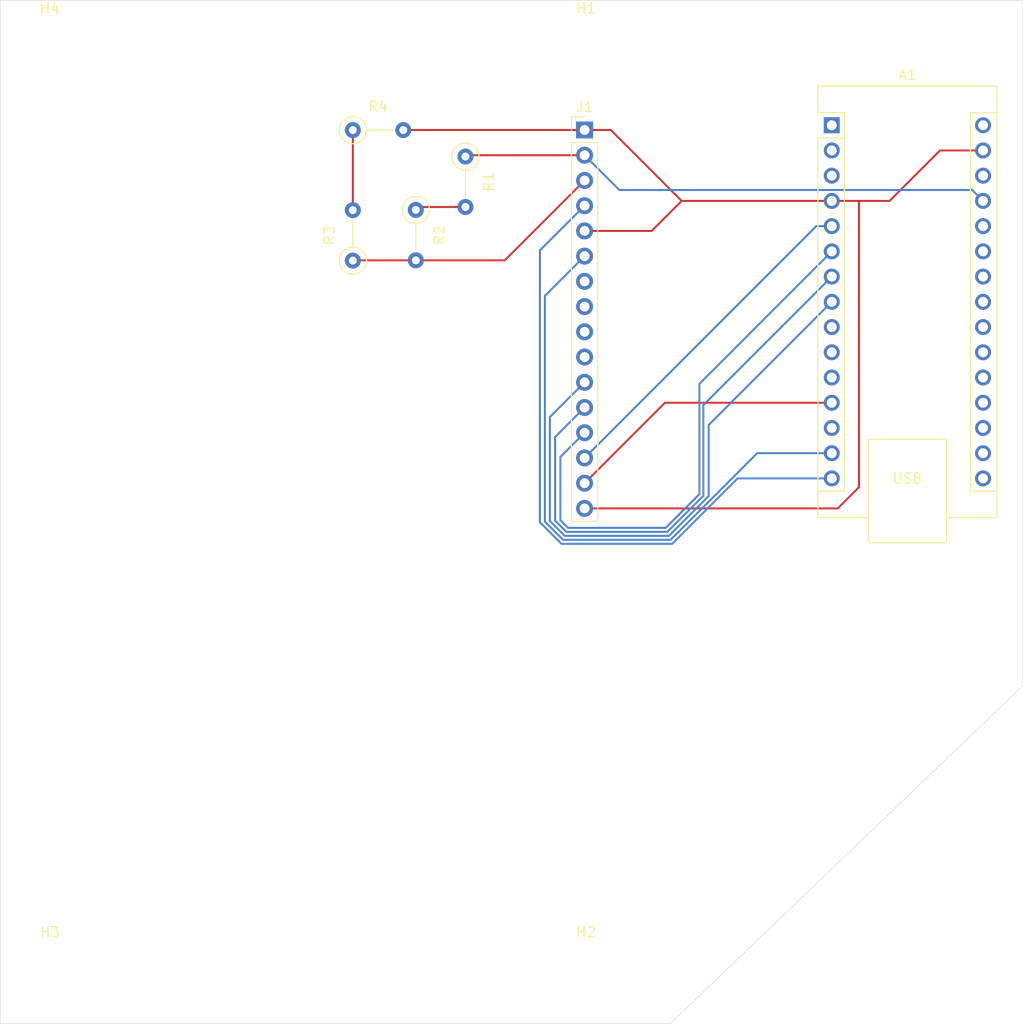
<source format=kicad_pcb>
(kicad_pcb (version 20240108) (generator "pcbnew") (generator_version "8.0")
  (layers (0 "F.Cu" signal) (31 "B.Cu" signal) (34 "B.Paste" user) (35 "F.Paste" user) (36 "B.SilkS" user "B.Silkscreen") (37 "F.SilkS" user "F.Silkscreen") (38 "B.Mask" user) (39 "F.Mask" user) (44 "Edge.Cuts" user))
  (net 0 "")
  (net 6 "/E")
  (net 8 "/VDD")
  (net 10 "GND")
  (net 12 "/D5")
  (net 17 "/D6")
  (net 21 "/D7")
  (net 22 "/D4")
  (net 24 "/A")
  (net 25 "/RS")
  (net 30 "/D2")
  (net 31 "/D3")
  (net 32 "/D1")
  (net 33 "/V0")
  (net 34 "/D0")
  (net 35 "Net-(R1-Pad2)")
  (net 36 "Net-(R3-Pad2)")
  (footprint "MountingHole:MountingHole_3.7mm" (layer "F.Cu") (at 107 166)
    (property "Reference" "H3" (at 0 -4.7 0) (layer "F.SilkS"))
    (property "Value" "MountingHole")
    (pad "" np_thru_hole circle (at 0 0) (size 3.7 3.7) (drill 3.7) (layers "*.Cu" "*.Mask"))
  )
  (footprint "Connector_PinHeader_2.54mm:PinHeader_1x16_P2.54mm_Vertical" (layer "F.Cu") (at 160.86 80.54)
    (property "Reference" "J1" (at 0 -2.33 0) (layer "F.SilkS"))
    (property "Value" "Conn_01x16_Socket")
    (fp_line (start -1.33 -1.33) (end 0 -1.33) (stroke (width 0.12)) (layer "F.SilkS"))
    (fp_line (start -1.33 0) (end -1.33 -1.33) (stroke (width 0.12)) (layer "F.SilkS"))
    (fp_line (start -1.33 1.27) (end -1.33 39.43) (stroke (width 0.12)) (layer "F.SilkS"))
    (fp_line (start -1.33 1.27) (end 1.33 1.27) (stroke (width 0.12)) (layer "F.SilkS"))
    (fp_line (start -1.33 39.43) (end 1.33 39.43) (stroke (width 0.12)) (layer "F.SilkS"))
    (fp_line (start 1.33 1.27) (end 1.33 39.43) (stroke (width 0.12)) (layer "F.SilkS"))
    (pad "1" thru_hole rect (at 0 0) (size 1.7 1.7) (drill 1) (layers "*.Cu" "*.Mask") (net 10 "GND"))
    (pad "2" thru_hole oval (at 0 2.54) (size 1.7 1.7) (drill 1) (layers "*.Cu" "*.Mask") (net 8 "/VDD"))
    (pad "3" thru_hole oval (at 0 5.08) (size 1.7 1.7) (drill 1) (layers "*.Cu" "*.Mask") (net 33 "/V0"))
    (pad "4" thru_hole oval (at 0 7.62) (size 1.7 1.7) (drill 1) (layers "*.Cu" "*.Mask") (net 25 "/RS"))
    (pad "5" thru_hole oval (at 0 10.16) (size 1.7 1.7) (drill 1) (layers "*.Cu" "*.Mask") (net 10 "GND"))
    (pad "6" thru_hole oval (at 0 12.7) (size 1.7 1.7) (drill 1) (layers "*.Cu" "*.Mask") (net 6 "/E"))
    (pad "7" thru_hole oval (at 0 15.24) (size 1.7 1.7) (drill 1) (layers "*.Cu" "*.Mask") (net 34 "/D0"))
    (pad "8" thru_hole oval (at 0 17.78) (size 1.7 1.7) (drill 1) (layers "*.Cu" "*.Mask") (net 32 "/D1"))
    (pad "9" thru_hole oval (at 0 20.32) (size 1.7 1.7) (drill 1) (layers "*.Cu" "*.Mask") (net 30 "/D2"))
    (pad "10" thru_hole oval (at 0 22.86) (size 1.7 1.7) (drill 1) (layers "*.Cu" "*.Mask") (net 31 "/D3"))
    (pad "11" thru_hole oval (at 0 25.4) (size 1.7 1.7) (drill 1) (layers "*.Cu" "*.Mask") (net 22 "/D4"))
    (pad "12" thru_hole oval (at 0 27.94) (size 1.7 1.7) (drill 1) (layers "*.Cu" "*.Mask") (net 12 "/D5"))
    (pad "13" thru_hole oval (at 0 30.48) (size 1.7 1.7) (drill 1) (layers "*.Cu" "*.Mask") (net 17 "/D6"))
    (pad "14" thru_hole oval (at 0 33.02) (size 1.7 1.7) (drill 1) (layers "*.Cu" "*.Mask") (net 21 "/D7"))
    (pad "15" thru_hole oval (at 0 35.56) (size 1.7 1.7) (drill 1) (layers "*.Cu" "*.Mask") (net 24 "/A"))
    (pad "16" thru_hole oval (at 0 38.1) (size 1.7 1.7) (drill 1) (layers "*.Cu" "*.Mask") (net 10 "GND"))
  )
  (footprint "MountingHole:MountingHole_3.7mm" (layer "F.Cu") (at 161 166)
    (property "Reference" "H2" (at 0 -4.7 0) (layer "F.SilkS"))
    (property "Value" "MountingHole")
    (pad "" np_thru_hole circle (at 0 0) (size 3.7 3.7) (drill 3.7) (layers "*.Cu" "*.Mask"))
  )
  (footprint "Resistor_THT:R_Axial_DIN0207_L6.3mm_D2.5mm_P5.08mm_Vertical" (layer "F.Cu") (at 148.86 83.215 -90)
    (property "Reference" "R1" (at 2.54 -2.37 90) (layer "F.SilkS"))
    (property "Value" "2K")
    (fp_line (start 1.37 0) (end 3.98 0) (stroke (width 0.12)) (layer "F.SilkS"))
    (fp_circle (center 0 0) (end 1.37 0) (stroke (width 0.12)) (fill none) (layer "F.SilkS"))
    (pad "1" thru_hole circle (at 0 0 270) (size 1.6 1.6) (drill 0.8) (layers "*.Cu" "*.Mask") (net 8 "/VDD"))
    (pad "2" thru_hole oval (at 5.08 0 270) (size 1.6 1.6) (drill 0.8) (layers "*.Cu" "*.Mask") (net 35 "Net-(R1-Pad2)"))
  )
  (footprint "Module:Arduino_Nano" (layer "F.Cu") (at 185.76 80.06)
    (property "Reference" "A1" (at 7.62 -5.08 0) (layer "F.SilkS"))
    (property "Value" "Arduino_Nano_Every")
    (fp_line (start -1.4 -3.94) (end -1.4 -1.27) (stroke (width 0.12)) (layer "F.SilkS"))
    (fp_line (start -1.4 1.27) (end -1.4 39.5) (stroke (width 0.12)) (layer "F.SilkS"))
    (fp_line (start -1.4 39.5) (end 3.68 39.5) (stroke (width 0.12)) (layer "F.SilkS"))
    (fp_line (start 1.27 -1.27) (end -1.4 -1.27) (stroke (width 0.12)) (layer "F.SilkS"))
    (fp_line (start 1.27 1.27) (end -1.4 1.27) (stroke (width 0.12)) (layer "F.SilkS"))
    (fp_line (start 1.27 1.27) (end 1.27 -1.27) (stroke (width 0.12)) (layer "F.SilkS"))
    (fp_line (start 1.27 1.27) (end 1.27 36.83) (stroke (width 0.12)) (layer "F.SilkS"))
    (fp_line (start 1.27 36.83) (end -1.4 36.83) (stroke (width 0.12)) (layer "F.SilkS"))
    (fp_line (start 3.68 31.62) (end 11.56 31.62) (stroke (width 0.12)) (layer "F.SilkS"))
    (fp_line (start 3.68 42.04) (end 3.68 31.62) (stroke (width 0.12)) (layer "F.SilkS"))
    (fp_line (start 11.56 31.62) (end 11.56 42.04) (stroke (width 0.12)) (layer "F.SilkS"))
    (fp_line (start 11.56 42.04) (end 3.68 42.04) (stroke (width 0.12)) (layer "F.SilkS"))
    (fp_line (start 13.97 -1.27) (end 13.97 36.83) (stroke (width 0.12)) (layer "F.SilkS"))
    (fp_line (start 13.97 -1.27) (end 16.64 -1.27) (stroke (width 0.12)) (layer "F.SilkS"))
    (fp_line (start 13.97 36.83) (end 16.64 36.83) (stroke (width 0.12)) (layer "F.SilkS"))
    (fp_line (start 16.64 -3.94) (end -1.4 -3.94) (stroke (width 0.12)) (layer "F.SilkS"))
    (fp_line (start 16.64 39.5) (end 11.56 39.5) (stroke (width 0.12)) (layer "F.SilkS"))
    (fp_line (start 16.64 39.5) (end 16.64 -3.94) (stroke (width 0.12)) (layer "F.SilkS"))
    (fp_text user "USB" (at 7.62 35.56 0) (layer "F.SilkS"))
    (pad "1" thru_hole rect (at 0 0) (size 1.6 1.6) (drill 1) (layers "*.Cu" "*.Mask"))
    (pad "2" thru_hole oval (at 0 2.54) (size 1.6 1.6) (drill 1) (layers "*.Cu" "*.Mask"))
    (pad "3" thru_hole oval (at 0 5.08) (size 1.6 1.6) (drill 1) (layers "*.Cu" "*.Mask"))
    (pad "4" thru_hole oval (at 0 7.62) (size 1.6 1.6) (drill 1) (layers "*.Cu" "*.Mask") (net 10 "GND"))
    (pad "5" thru_hole oval (at 0 10.16) (size 1.6 1.6) (drill 1) (layers "*.Cu" "*.Mask") (net 21 "/D7"))
    (pad "6" thru_hole oval (at 0 12.7) (size 1.6 1.6) (drill 1) (layers "*.Cu" "*.Mask") (net 17 "/D6"))
    (pad "7" thru_hole oval (at 0 15.24) (size 1.6 1.6) (drill 1) (layers "*.Cu" "*.Mask") (net 12 "/D5"))
    (pad "8" thru_hole oval (at 0 17.78) (size 1.6 1.6) (drill 1) (layers "*.Cu" "*.Mask") (net 22 "/D4"))
    (pad "9" thru_hole oval (at 0 20.32) (size 1.6 1.6) (drill 1) (layers "*.Cu" "*.Mask"))
    (pad "10" thru_hole oval (at 0 22.86) (size 1.6 1.6) (drill 1) (layers "*.Cu" "*.Mask"))
    (pad "11" thru_hole oval (at 0 25.4) (size 1.6 1.6) (drill 1) (layers "*.Cu" "*.Mask"))
    (pad "12" thru_hole oval (at 0 27.94) (size 1.6 1.6) (drill 1) (layers "*.Cu" "*.Mask") (net 24 "/A"))
    (pad "13" thru_hole oval (at 0 30.48) (size 1.6 1.6) (drill 1) (layers "*.Cu" "*.Mask"))
    (pad "14" thru_hole oval (at 0 33.02) (size 1.6 1.6) (drill 1) (layers "*.Cu" "*.Mask") (net 6 "/E"))
    (pad "15" thru_hole oval (at 0 35.56) (size 1.6 1.6) (drill 1) (layers "*.Cu" "*.Mask") (net 25 "/RS"))
    (pad "16" thru_hole oval (at 15.24 35.56) (size 1.6 1.6) (drill 1) (layers "*.Cu" "*.Mask"))
    (pad "17" thru_hole oval (at 15.24 33.02) (size 1.6 1.6) (drill 1) (layers "*.Cu" "*.Mask"))
    (pad "18" thru_hole oval (at 15.24 30.48) (size 1.6 1.6) (drill 1) (layers "*.Cu" "*.Mask"))
    (pad "19" thru_hole oval (at 15.24 27.94) (size 1.6 1.6) (drill 1) (layers "*.Cu" "*.Mask"))
    (pad "20" thru_hole oval (at 15.24 25.4) (size 1.6 1.6) (drill 1) (layers "*.Cu" "*.Mask"))
    (pad "21" thru_hole oval (at 15.24 22.86) (size 1.6 1.6) (drill 1) (layers "*.Cu" "*.Mask"))
    (pad "22" thru_hole oval (at 15.24 20.32) (size 1.6 1.6) (drill 1) (layers "*.Cu" "*.Mask"))
    (pad "23" thru_hole oval (at 15.24 17.78) (size 1.6 1.6) (drill 1) (layers "*.Cu" "*.Mask"))
    (pad "24" thru_hole oval (at 15.24 15.24) (size 1.6 1.6) (drill 1) (layers "*.Cu" "*.Mask"))
    (pad "25" thru_hole oval (at 15.24 12.7) (size 1.6 1.6) (drill 1) (layers "*.Cu" "*.Mask"))
    (pad "26" thru_hole oval (at 15.24 10.16) (size 1.6 1.6) (drill 1) (layers "*.Cu" "*.Mask"))
    (pad "27" thru_hole oval (at 15.24 7.62) (size 1.6 1.6) (drill 1) (layers "*.Cu" "*.Mask") (net 8 "/VDD"))
    (pad "28" thru_hole oval (at 15.24 5.08) (size 1.6 1.6) (drill 1) (layers "*.Cu" "*.Mask"))
    (pad "29" thru_hole oval (at 15.24 2.54) (size 1.6 1.6) (drill 1) (layers "*.Cu" "*.Mask") (net 10 "GND"))
    (pad "30" thru_hole oval (at 15.24 0) (size 1.6 1.6) (drill 1) (layers "*.Cu" "*.Mask"))
  )
  (footprint "Resistor_THT:R_Axial_DIN0207_L6.3mm_D2.5mm_P5.08mm_Vertical" (layer "F.Cu") (at 137.517249 80.549527)
    (property "Reference" "R4" (at 2.54 -2.37 0) (layer "F.SilkS"))
    (property "Value" "1K")
    (fp_line (start 1.37 0) (end 3.98 0) (stroke (width 0.12)) (layer "F.SilkS"))
    (fp_circle (center 0 0) (end 1.37 0) (stroke (width 0.12)) (fill none) (layer "F.SilkS"))
    (pad "1" thru_hole circle (at 0 0) (size 1.6 1.6) (drill 0.8) (layers "*.Cu" "*.Mask") (net 36 "Net-(R3-Pad2)"))
    (pad "2" thru_hole oval (at 5.08 0) (size 1.6 1.6) (drill 0.8) (layers "*.Cu" "*.Mask") (net 10 "GND"))
  )
  (footprint "Resistor_THT:R_Axial_DIN0207_L6.3mm_D2.5mm_P5.08mm_Vertical" (layer "F.Cu") (at 143.86 88.585 -90)
    (property "Reference" "R2" (at 2.54 -2.37 90) (layer "F.SilkS"))
    (property "Value" "6.75K")
    (fp_line (start 1.37 0) (end 3.98 0) (stroke (width 0.12)) (layer "F.SilkS"))
    (fp_circle (center 0 0) (end 1.37 0) (stroke (width 0.12)) (fill none) (layer "F.SilkS"))
    (pad "1" thru_hole circle (at 0 0 270) (size 1.6 1.6) (drill 0.8) (layers "*.Cu" "*.Mask") (net 35 "Net-(R1-Pad2)"))
    (pad "2" thru_hole oval (at 5.08 0 270) (size 1.6 1.6) (drill 0.8) (layers "*.Cu" "*.Mask") (net 33 "/V0"))
  )
  (footprint "MountingHole:MountingHole_3.7mm" (layer "F.Cu") (at 107 73)
    (property "Reference" "H4" (at 0 -4.7 0) (layer "F.SilkS"))
    (property "Value" "MountingHole")
    (pad "" np_thru_hole circle (at 0 0) (size 3.7 3.7) (drill 3.7) (layers "*.Cu" "*.Mask"))
  )
  (footprint "Resistor_THT:R_Axial_DIN0207_L6.3mm_D2.5mm_P5.08mm_Vertical" (layer "F.Cu") (at 137.517249 93.691472 90)
    (property "Reference" "R3" (at 2.54 -2.37 90) (layer "F.SilkS"))
    (property "Value" "330")
    (fp_line (start 1.37 0) (end 3.98 0) (stroke (width 0.12)) (layer "F.SilkS"))
    (fp_circle (center 0 0) (end 1.37 0) (stroke (width 0.12)) (fill none) (layer "F.SilkS"))
    (pad "1" thru_hole circle (at 0 0 90) (size 1.6 1.6) (drill 0.8) (layers "*.Cu" "*.Mask") (net 33 "/V0"))
    (pad "2" thru_hole oval (at 5.08 0 90) (size 1.6 1.6) (drill 0.8) (layers "*.Cu" "*.Mask") (net 36 "Net-(R3-Pad2)"))
  )
  (footprint "MountingHole:MountingHole_3.7mm" (layer "F.Cu") (at 161 73)
    (property "Reference" "H1" (at 0 -4.7 0) (layer "F.SilkS"))
    (property "Value" "MountingHole")
    (pad "" np_thru_hole circle (at 0 0) (size 3.7 3.7) (drill 3.7) (layers "*.Cu" "*.Mask"))
  )
  (gr_poly (pts (xy 102 67.5) (xy 205 67.5) (xy 205 136.5) (xy 169.5 170.5) (xy 102 170.5)) (stroke (width 0.05)) (fill none) (layer "Edge.Cuts"))
  (segment (start 158.694314 121.8) (end 156.86 119.965686) (width 0.2) (layer "B.Cu") (net 6))
  (segment (start 156.86 97.24) (end 160.86 93.24) (width 0.2) (layer "B.Cu") (net 6))
  (segment (start 185.76 113.08) (end 178.245686 113.08) (width 0.2) (layer "B.Cu") (net 6))
  (segment (start 178.245686 113.08) (end 169.525686 121.8) (width 0.2) (layer "B.Cu") (net 6))
  (segment (start 156.86 119.965686) (end 156.86 97.24) (width 0.2) (layer "B.Cu") (net 6))
  (segment (start 169.525686 121.8) (end 158.694314 121.8) (width 0.2) (layer "B.Cu") (net 6))
  (segment (start 148.995 83.08) (end 148.86 83.215) (width 0.2) (layer "F.Cu") (net 8))
  (segment (start 160.86 83.08) (end 148.995 83.08) (width 0.2) (layer "F.Cu") (net 8))
  (segment (start 201 87.68) (end 199.9 86.58) (width 0.2) (layer "B.Cu") (net 8))
  (segment (start 199.9 86.58) (end 164.36 86.58) (width 0.2) (layer "B.Cu") (net 8))
  (segment (start 164.36 86.58) (end 160.86 83.08) (width 0.2) (layer "B.Cu") (net 8))
  (segment (start 170.64 87.68) (end 185.76 87.68) (width 0.2) (layer "F.Cu") (net 10))
  (segment (start 160.86 90.7) (end 167.62 90.7) (width 0.2) (layer "F.Cu") (net 10))
  (segment (start 191.58 87.68) (end 188.5 87.68) (width 0.2) (layer "F.Cu") (net 10))
  (segment (start 167.62 90.7) (end 170.64 87.68) (width 0.2) (layer "F.Cu") (net 10))
  (segment (start 163.5 80.54) (end 170.64 87.68) (width 0.2) (layer "F.Cu") (net 10))
  (segment (start 160.86 80.54) (end 142.606776 80.54) (width 0.2) (layer "F.Cu") (net 10))
  (segment (start 142.606776 80.54) (end 142.597249 80.549527) (width 0.2) (layer "F.Cu") (net 10))
  (segment (start 188.5 87.68) (end 185.76 87.68) (width 0.2) (layer "F.Cu") (net 10))
  (segment (start 196.66 82.6) (end 191.58 87.68) (width 0.2) (layer "F.Cu") (net 10))
  (segment (start 188.5 116.5) (end 188.5 87.68) (width 0.2) (layer "F.Cu") (net 10))
  (segment (start 201 82.6) (end 196.66 82.6) (width 0.2) (layer "F.Cu") (net 10))
  (segment (start 160.86 118.64) (end 186.36 118.64) (width 0.2) (layer "F.Cu") (net 10))
  (segment (start 160.86 80.54) (end 163.5 80.54) (width 0.2) (layer "F.Cu") (net 10))
  (segment (start 186.36 118.64) (end 188.5 116.5) (width 0.2) (layer "F.Cu") (net 10))
  (segment (start 160.86 108.48) (end 157.892843 111.447157) (width 0.2) (layer "B.Cu") (net 12))
  (segment (start 159.025686 121) (end 169.194314 121) (width 0.2) (layer "B.Cu") (net 12))
  (segment (start 157.892843 119.867157) (end 159.025686 121) (width 0.2) (layer "B.Cu") (net 12))
  (segment (start 169.194314 121) (end 172.827157 117.367157) (width 0.2) (layer "B.Cu") (net 12))
  (segment (start 157.892843 111.447157) (end 157.892843 119.867157) (width 0.2) (layer "B.Cu") (net 12))
  (segment (start 172.827157 117.367157) (end 172.827157 108.232843) (width 0.2) (layer "B.Cu") (net 12))
  (segment (start 172.827157 108.232843) (end 185.76 95.3) (width 0.2) (layer "B.Cu") (net 12))
  (segment (start 169.028628 120.6) (end 172.427157 117.201471) (width 0.2) (layer "B.Cu") (net 17))
  (segment (start 158.425686 113.454314) (end 158.425686 119.834314) (width 0.2) (layer "B.Cu") (net 17))
  (segment (start 160.86 111.02) (end 158.425686 113.454314) (width 0.2) (layer "B.Cu") (net 17))
  (segment (start 172.427157 117.201471) (end 172.427157 106.092843) (width 0.2) (layer "B.Cu") (net 17))
  (segment (start 158.425686 119.834314) (end 159.191372 120.6) (width 0.2) (layer "B.Cu") (net 17))
  (segment (start 159.191372 120.6) (end 169.028628 120.6) (width 0.2) (layer "B.Cu") (net 17))
  (segment (start 172.427157 106.092843) (end 185.76 92.76) (width 0.2) (layer "B.Cu") (net 17))
  (segment (start 184.2 90.22) (end 185.76 90.22) (width 0.2) (layer "B.Cu") (net 21))
  (segment (start 160.86 113.56) (end 184.2 90.22) (width 0.2) (layer "B.Cu") (net 21))
  (segment (start 158.86 121.4) (end 157.36 119.9) (width 0.2) (layer "B.Cu") (net 22))
  (segment (start 173.36 110.24) (end 173.36 117.4) (width 0.2) (layer "B.Cu") (net 22))
  (segment (start 173.36 117.4) (end 169.36 121.4) (width 0.2) (layer "B.Cu") (net 22))
  (segment (start 157.36 109.44) (end 160.86 105.94) (width 0.2) (layer "B.Cu") (net 22))
  (segment (start 185.76 97.84) (end 173.36 110.24) (width 0.2) (layer "B.Cu") (net 22))
  (segment (start 169.36 121.4) (end 158.86 121.4) (width 0.2) (layer "B.Cu") (net 22))
  (segment (start 157.36 119.9) (end 157.36 109.44) (width 0.2) (layer "B.Cu") (net 22))
  (segment (start 168.96 108) (end 160.86 116.1) (width 0.2) (layer "F.Cu") (net 24))
  (segment (start 185.76 108) (end 168.96 108) (width 0.2) (layer "F.Cu") (net 24))
  (segment (start 158.528628 122.2) (end 169.691372 122.2) (width 0.2) (layer "B.Cu") (net 25))
  (segment (start 160.86 88.16) (end 156.36 92.66) (width 0.2) (layer "B.Cu") (net 25))
  (segment (start 156.36 92.66) (end 156.36 120.031372) (width 0.2) (layer "B.Cu") (net 25))
  (segment (start 169.691372 122.2) (end 176.271372 115.62) (width 0.2) (layer "B.Cu") (net 25))
  (segment (start 156.36 120.031372) (end 158.528628 122.2) (width 0.2) (layer "B.Cu") (net 25))
  (segment (start 176.271372 115.62) (end 185.76 115.62) (width 0.2) (layer "B.Cu") (net 25))
  (segment (start 152.815 93.665) (end 160.86 85.62) (width 0.2) (layer "F.Cu") (net 33))
  (segment (start 137.543721 93.665) (end 137.517249 93.691472) (width 0.2) (layer "F.Cu") (net 33))
  (segment (start 143.86 93.665) (end 137.543721 93.665) (width 0.2) (layer "F.Cu") (net 33))
  (segment (start 143.86 93.665) (end 152.815 93.665) (width 0.2) (layer "F.Cu") (net 33))
  (segment (start 148.86 88.295) (end 144.15 88.295) (width 0.2) (layer "F.Cu") (net 35))
  (segment (start 144.15 88.295) (end 143.86 88.585) (width 0.2) (layer "F.Cu") (net 35))
  (segment (start 137.517249 80.549527) (end 137.517249 88.611472) (width 0.2) (layer "F.Cu") (net 36))
)
</source>
